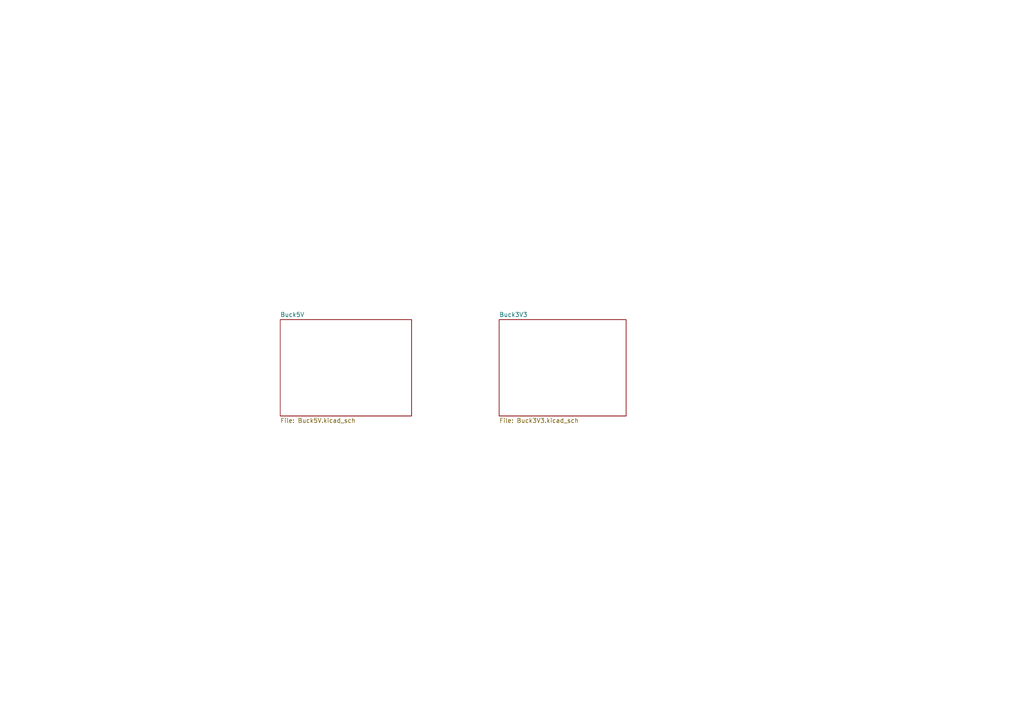
<source format=kicad_sch>
(kicad_sch
	(version 20250114)
	(generator "eeschema")
	(generator_version "9.0")
	(uuid "dcc4de04-1490-4135-bae6-b695093678d5")
	(paper "A4")
	(lib_symbols)
	(sheet
		(at 81.28 92.71)
		(size 38.1 27.94)
		(exclude_from_sim no)
		(in_bom yes)
		(on_board yes)
		(dnp no)
		(fields_autoplaced yes)
		(stroke
			(width 0.1524)
			(type solid)
		)
		(fill
			(color 0 0 0 0.0000)
		)
		(uuid "a91e7e84-a9ab-4b3e-83dc-64035e5bbcb8")
		(property "Sheetname" "Buck5V"
			(at 81.28 91.9984 0)
			(effects
				(font
					(size 1.27 1.27)
				)
				(justify left bottom)
			)
		)
		(property "Sheetfile" "Buck5V.kicad_sch"
			(at 81.28 121.2346 0)
			(effects
				(font
					(size 1.27 1.27)
				)
				(justify left top)
			)
		)
		(instances
			(project "PCB_GSE"
				(path "/a63f9ed4-21e4-42d0-8bfc-f96143f84d4d/0a0c5a30-f84e-4bf3-b9ff-653375453caf"
					(page "7")
				)
			)
		)
	)
	(sheet
		(at 144.78 92.71)
		(size 36.83 27.94)
		(exclude_from_sim no)
		(in_bom yes)
		(on_board yes)
		(dnp no)
		(fields_autoplaced yes)
		(stroke
			(width 0.1524)
			(type solid)
		)
		(fill
			(color 0 0 0 0.0000)
		)
		(uuid "f91e4b39-979e-4a08-a106-ace73727ac15")
		(property "Sheetname" "Buck3V3"
			(at 144.78 91.9984 0)
			(effects
				(font
					(size 1.27 1.27)
				)
				(justify left bottom)
			)
		)
		(property "Sheetfile" "Buck3V3.kicad_sch"
			(at 144.78 121.2346 0)
			(effects
				(font
					(size 1.27 1.27)
				)
				(justify left top)
			)
		)
		(instances
			(project "PCB_GSE"
				(path "/a63f9ed4-21e4-42d0-8bfc-f96143f84d4d/0a0c5a30-f84e-4bf3-b9ff-653375453caf"
					(page "8")
				)
			)
		)
	)
)

</source>
